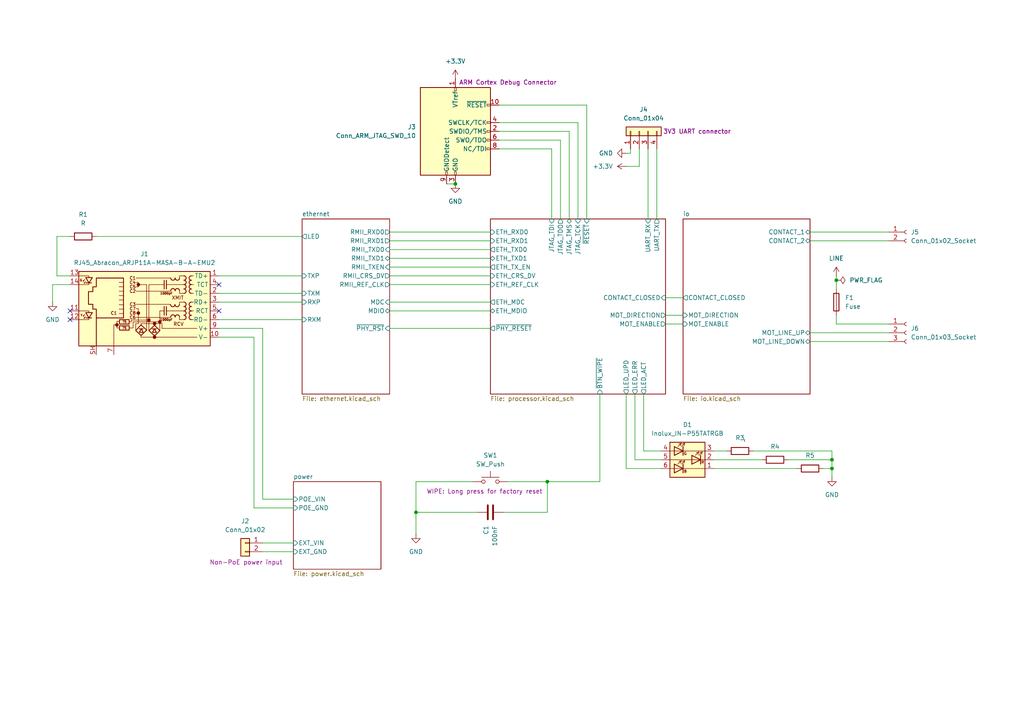
<source format=kicad_sch>
(kicad_sch (version 20250114) (generator "eeschema") (generator_version "9.0")
  (paper "A4")
  (title_block (title "iot-contact"))
  (lib_symbols
    (symbol "Connector:Conn_01x02_Socket" (pin_names (offset 1.016) (hide yes))
      (property "Reference" "J" (at 0 2.54 0))
      (property "Value" "Conn_01x02_Socket" (at 0 -5.08 0))
      (symbol "Conn_01x02_Socket_1_1"
        (polyline (pts (xy -1.27 0) (xy -0.508 0)) (stroke (width 0.1524)))
        (polyline (pts (xy -1.27 -2.54) (xy -0.508 -2.54)) (stroke (width 0.1524)))
        (arc (start 0 -0.508) (mid -0.5058 0) (end 0 0.508) (stroke (width 0.1524)))
        (arc (start 0 -3.048) (mid -0.5058 -2.54) (end 0 -2.032) (stroke (width 0.1524)))
        (pin passive line (at -5.08 0 0) (length 3.81) (name "Pin_1") (number "1"))
        (pin passive line (at -5.08 -2.54 0) (length 3.81) (name "Pin_2") (number "2"))
      )
    )
    (symbol "Connector:Conn_01x03_Socket" (pin_names (offset 1.016) (hide yes))
      (property "Reference" "J" (at 0 5.08 0))
      (property "Value" "Conn_01x03_Socket" (at 0 -5.08 0))
      (symbol "Conn_01x03_Socket_1_1"
        (polyline (pts (xy -1.27 2.54) (xy -0.508 2.54)) (stroke (width 0.1524)))
        (polyline (pts (xy -1.27 0) (xy -0.508 0)) (stroke (width 0.1524)))
        (polyline (pts (xy -1.27 -2.54) (xy -0.508 -2.54)) (stroke (width 0.1524)))
        (arc (start 0 2.032) (mid -0.5058 2.54) (end 0 3.048) (stroke (width 0.1524)))
        (arc (start 0 -0.508) (mid -0.5058 0) (end 0 0.508) (stroke (width 0.1524)))
        (arc (start 0 -3.048) (mid -0.5058 -2.54) (end 0 -2.032) (stroke (width 0.1524)))
        (pin passive line (at -5.08 2.54 0) (length 3.81) (name "Pin_1") (number "1"))
        (pin passive line (at -5.08 0 0) (length 3.81) (name "Pin_2") (number "2"))
        (pin passive line (at -5.08 -2.54 0) (length 3.81) (name "Pin_3") (number "3"))
      )
    )
    (symbol "Connector:Conn_ARM_JTAG_SWD_10" (pin_names (offset 1.016))
      (property "Reference" "J" (at -2.54 16.51 0))
      (property "Value" "Conn_ARM_JTAG_SWD_10" (at -2.54 13.97 0))
      (symbol "Conn_ARM_JTAG_SWD_10_0_1"
        (rectangle (start -10.16 12.7) (end 10.16 -12.7) (stroke (width 0.254)) (fill (type background)))
        (rectangle (start -2.794 -12.7) (end -2.286 -11.684))
        (rectangle (start -0.254 12.7) (end 0.254 11.684))
        (rectangle (start -0.254 -12.7) (end 0.254 -11.684))
        (rectangle (start 9.144 2.286) (end 10.16 2.794))
        (rectangle (start 10.16 7.874) (end 9.144 7.366))
        (rectangle (start 10.16 -0.254) (end 9.144 0.254))
        (rectangle (start 10.16 -2.794) (end 9.144 -2.286))
      )
      (symbol "Conn_ARM_JTAG_SWD_10_1_1"
        (rectangle (start 9.144 -5.334) (end 10.16 -4.826))
        (pin no_connect line (at -10.16 0 0) (length 2.54) (hide yes) (name "KEY") (number "7"))
        (pin passive line (at -2.54 -15.24 90) (length 2.54) (name "GNDDetect") (number "9"))
        (pin power_in line (at 0 15.24 270) (length 2.54) (name "VTref") (number "1"))
        (pin power_in line (at 0 -15.24 90) (length 2.54) (name "GND") (number "3"))
        (pin passive line (at 0 -15.24 90) (length 2.54) (hide yes) (name "GND") (number "5"))
        (pin open_collector line (at 12.7 7.62 180) (length 2.54) (name "~{RESET}") (number "10"))
        (pin output line (at 12.7 2.54 180) (length 2.54) (name "SWCLK/TCK") (number "4"))
        (pin bidirectional line (at 12.7 0 180) (length 2.54) (name "SWDIO/TMS") (number "2"))
        (pin input line (at 12.7 -2.54 180) (length 2.54) (name "SWO/TDO") (number "6"))
        (pin output line (at 12.7 -5.08 180) (length 2.54) (name "NC/TDI") (number "8"))
      )
    )
    (symbol "Connector:RJ45_Abracon_ARJP11A-MASA-B-A-EMU2"
      (property "Reference" "J" (at 18.415 12.7 0))
      (property "Value" "RJ45_Abracon_ARJP11A-MASA-B-A-EMU2" (at -4.445 12.7 0))
      (symbol "RJ45_Abracon_ARJP11A-MASA-B-A-EMU2_0_0"
        (polyline (pts (xy -5.08 8.89) (xy -5.08 6.35)) (stroke (width 0.254)))
        (polyline (pts (xy -5.08 1.27) (xy -5.08 -1.27)) (stroke (width 0.254)))
        (polyline (pts (xy -4.445 8.89) (xy -4.445 6.35)) (stroke (width 0.254)))
        (polyline (pts (xy -4.445 1.27) (xy -4.445 -1.27)) (stroke (width 0.254)))
        (circle (center -3.175 -3.175) (radius 0.0001) (stroke (width 0.508)))
        (circle (center -1.651 -3.683) (radius 0.0001) (stroke (width 0.508)))
        (circle (center -1.651 -7.62) (radius 0.0001) (stroke (width 0.508)))
        (circle (center 0 -2.667) (radius 0.0001) (stroke (width 0.508)))
        (circle (center 3.048 7.62) (radius 0.0001) (stroke (width 0.508)))
        (circle (center 3.048 -0.635) (radius 0.0001) (stroke (width 0.508)))
        (polyline (pts (xy 3.683 8.255) (xy 3.048 8.255) (xy 3.048 6.985) (xy 3.683 6.985)))
        (polyline (pts (xy 3.683 0.635) (xy 3.048 0.635) (xy 3.048 -0.635) (xy 3.683 -0.635)))
        (polyline (pts (xy 8.636 -4.953) (xy 9.271 -4.953) (xy 9.271 -3.048) (xy 8.636 -3.048)))
        (polyline (pts (xy 9.271 -4.064) (xy 10.16 -4.064)))
        (circle (center 9.271 -4.064) (radius 0.0001) (stroke (width 0.508)))
        (polyline (pts (xy 17.399 9.652) (xy 17.399 10.16) (xy 20.32 10.16)))
        (polyline (pts (xy 17.399 -0.508) (xy 17.399 0) (xy 20.32 0)))
        (polyline (pts (xy 20.32 7.62) (xy 17.399 7.62) (xy 17.399 8.128)))
        (polyline (pts (xy 20.32 -2.54) (xy 17.399 -2.54) (xy 17.399 -2.032)))
        (text "XMIT" (at -10.16 3.81 0) (effects (font (size 1.016 1.016)) (justify left)))
        (text "RCV" (at -10.16 -3.81 0) (effects (font (size 1.016 1.016)) (justify left)))
        (text "C1" (at 4.699 9.525 0) (effects (font (size 0.889 0.889))))
        (text "C4" (at 4.699 8.255 0) (effects (font (size 0.889 0.889))))
        (text "C5" (at 4.699 6.985 0) (effects (font (size 0.889 0.889))))
        (text "C2" (at 4.699 5.715 0) (effects (font (size 0.889 0.889))))
        (text "C3" (at 4.699 1.905 0) (effects (font (size 0.889 0.889))))
        (text "C7" (at 4.699 0.635 0) (effects (font (size 0.889 0.889))))
        (text "C8" (at 4.699 -0.635 0) (effects (font (size 0.889 0.889))))
        (text "C6" (at 4.699 -1.905 0) (effects (font (size 0.889 0.889))))
        (text "C1" (at 10.16 -0.635 0) (effects (font (size 0.889 0.889))))
      )
      (symbol "RJ45_Abracon_ARJP11A-MASA-B-A-EMU2_0_1"
        (rectangle (start -17.78 11.43) (end 20.32 -10.16) (stroke (width 0.254)) (fill (type background)))
        (polyline (pts (xy -12.3163 10.16) (xy -12.9513 10.16)))
        (polyline (pts (xy -12.3163 7.62) (xy -12.9513 7.62)))
        (polyline (pts (xy -12.3163 5.08) (xy -12.9513 5.08)))
        (polyline (pts (xy -12.3163 2.54) (xy -12.9513 2.54)))
        (polyline (pts (xy -12.3163 0) (xy -12.9513 0)))
        (polyline (pts (xy -12.3163 -2.54) (xy -12.9513 -2.54)))
        (polyline (pts (xy -10.16 10.16) (xy -8.89 10.16) (xy -8.89 9.525)))
        (polyline (pts (xy -10.16 2.54) (xy -8.89 2.54) (xy -8.89 1.905)))
        (polyline (pts (xy -8.89 5.715) (xy -8.89 5.08) (xy -10.16 5.08)))
        (polyline (pts (xy -8.89 -1.905) (xy -8.89 -2.54) (xy -10.16 -2.54)))
        (polyline (pts (xy -6.35 9.525) (xy 3.683 9.525)))
        (polyline (pts (xy -6.35 5.715) (xy 3.683 5.715)))
        (polyline (pts (xy -6.35 -1.905) (xy 3.683 -1.905)))
        (polyline (pts (xy -6.223 1.905) (xy 3.683 1.905)))
        (polyline (pts (xy -5.08 7.62) (xy -10.16 7.62)))
        (polyline (pts (xy -5.08 0) (xy -10.16 0)))
        (polyline (pts (xy -4.445 7.62) (xy 0 7.62) (xy 0 -5.715)))
        (polyline (pts (xy -4.445 0) (xy -3.175 0) (xy -3.175 -5.715)))
        (polyline (pts (xy 7.366 5.715) (xy 8.636 5.715)))
        (polyline (pts (xy 7.366 4.445) (xy 8.636 4.445)))
        (polyline (pts (xy 7.366 3.175) (xy 8.636 3.175)))
        (polyline (pts (xy 7.366 1.778) (xy 8.636 1.778)))
        (polyline (pts (xy 7.366 0.508) (xy 8.636 0.508)))
        (polyline (pts (xy 8.636 8.255) (xy 7.366 8.255)))
        (polyline (pts (xy 8.636 6.985) (xy 7.366 6.985)))
        (polyline (pts (xy 8.636 -0.762) (xy 7.366 -0.762)))
      )
      (symbol "RJ45_Abracon_ARJP11A-MASA-B-A-EMU2_1_0"
        (text "1000pF" (at -5.08 5.08 0) (effects (font (size 0.635 0.635))))
        (text "1000pF" (at -5.08 -2.54 0) (effects (font (size 0.635 0.635))))
      )
      (symbol "RJ45_Abracon_ARJP11A-MASA-B-A-EMU2_1_1"
        (polyline (pts (xy -13.97 -5.08) (xy -3.81 -5.08)))
        (polyline (pts (xy -13.97 -7.62) (xy 2.286 -7.62)))
        (arc (start -12.3163 2.54) (mid -11.684 1.905) (end -12.3163 1.27) (stroke (width 0.254)))
        (arc (start -12.3136 10.16) (mid -11.6813 9.525) (end -12.3136 8.89) (stroke (width 0.254)))
        (arc (start -12.3136 1.27) (mid -11.6813 0.635) (end -12.3136 0) (stroke (width 0.254)))
        (arc (start -12.3136 0) (mid -11.6813 -0.635) (end -12.3136 -1.27) (stroke (width 0.254)))
        (arc (start -12.3136 -1.27) (mid -11.6813 -1.905) (end -12.3136 -2.54) (stroke (width 0.254)))
        (arc (start -12.3109 8.89) (mid -11.6786 8.255) (end -12.3109 7.62) (stroke (width 0.254)))
        (arc (start -12.3109 7.62) (mid -11.6786 6.985) (end -12.3109 6.35) (stroke (width 0.254)))
        (arc (start -12.3109 6.35) (mid -11.6786 5.715) (end -12.3109 5.08) (stroke (width 0.254)))
        (arc (start -10.1654 8.89) (mid -10.7977 9.525) (end -10.1654 10.16) (stroke (width 0.254)))
        (arc (start -10.1654 7.62) (mid -10.7977 8.255) (end -10.1654 8.89) (stroke (width 0.254)))
        (arc (start -10.1654 6.35) (mid -10.7977 6.985) (end -10.1654 7.62) (stroke (width 0.254)))
        (arc (start -10.1654 1.27) (mid -10.7977 1.905) (end -10.1654 2.54) (stroke (width 0.254)))
        (arc (start -10.1654 0) (mid -10.7977 0.635) (end -10.1654 1.27) (stroke (width 0.254)))
        (arc (start -10.1654 -1.27) (mid -10.7977 -0.635) (end -10.1654 0) (stroke (width 0.254)))
        (arc (start -10.1627 5.08) (mid -10.795 5.715) (end -10.1627 6.35) (stroke (width 0.254)))
        (arc (start -10.1627 -2.54) (mid -10.795 -1.905) (end -10.1627 -1.27) (stroke (width 0.254)))
        (arc (start -7.62 9.5223) (mid -8.255 8.89) (end -8.89 9.5223) (stroke (width 0.254)))
        (arc (start -8.89 5.8447) (mid -8.255 6.477) (end -7.62 5.8447) (stroke (width 0.254)))
        (arc (start -8.89 -1.7753) (mid -8.255 -1.143) (end -7.62 -1.7753) (stroke (width 0.254)))
        (arc (start -7.5565 1.8388) (mid -8.1915 1.2065) (end -8.8265 1.8388) (stroke (width 0.254)))
        (arc (start -6.35 9.525) (mid -6.985 8.8927) (end -7.62 9.525) (stroke (width 0.254)))
        (arc (start -7.62 5.8474) (mid -6.985 6.4797) (end -6.35 5.8474) (stroke (width 0.254)))
        (arc (start -7.62 -1.7726) (mid -6.985 -1.1403) (end -6.35 -1.7726) (stroke (width 0.254)))
        (arc (start -6.2865 1.8415) (mid -6.9215 1.2092) (end -7.5565 1.8415) (stroke (width 0.254)))
        (polyline (pts (xy -3.81 -5.08) (xy -3.81 -3.683) (xy -1.651 -3.683)))
        (polyline (pts (xy -2.159 -5.207) (xy -1.016 -5.207)) (stroke (width 0.254)))
        (polyline (pts (xy -2.159 -6.223) (xy -1.016 -6.223) (xy -1.651 -5.207) (xy -2.159 -6.223)) (stroke (width 0.254)))
        (polyline (pts (xy -1.905 -3.683) (xy -1.651 -3.683) (xy -1.651 -4.191)))
        (polyline (pts (xy -1.651 -3.683) (xy 2.286 -3.683) (xy 2.286 -4.064)))
        (polyline (pts (xy -1.651 -4.191) (xy -3.175 -5.715) (xy -1.651 -7.239) (xy 0 -5.715) (xy -1.651 -4.191)) (stroke (width 0.254)))
        (polyline (pts (xy -1.651 -7.239) (xy -1.651 -7.493)))
        (polyline (pts (xy 1.651 -5.207) (xy 2.794 -5.207)) (stroke (width 0.254)))
        (polyline (pts (xy 1.651 -6.223) (xy 2.794 -6.223) (xy 2.159 -5.207) (xy 1.651 -6.223)) (stroke (width 0.254)))
        (polyline (pts (xy 2.286 -4.064) (xy 0.635 -5.588) (xy 2.286 -7.112) (xy 3.81 -5.715) (xy 2.286 -4.064)) (stroke (width 0.254)))
        (polyline (pts (xy 2.286 -7.112) (xy 2.286 -7.62)))
        (polyline (pts (xy 3.048 7.62) (xy 0.635 7.62) (xy 0.635 -5.588)))
        (polyline (pts (xy 3.048 -0.508) (xy 3.048 -3.683) (xy 3.81 -3.683) (xy 3.81 -5.715)))
        (polyline (pts (xy 5.715 -3.175) (xy 5.08 -3.175) (xy 5.08 -2.667) (xy 0 -2.667)))
        (polyline (pts (xy 5.715 -4.953) (xy 4.572 -4.953) (xy 4.572 -3.175) (xy -3.175 -3.175)))
        (polyline (pts (xy 7.366 -2.032) (xy 7.366 9.525) (xy 15.24 9.525) (xy 15.24 6.985) (xy 16.256 6.985) (xy 16.256 5.588) (xy 17.526 5.588) (xy 17.526 1.905) (xy 16.256 1.905) (xy 16.256 0.508) (xy 15.24 0.508) (xy 15.24 -2.032) (xy 7.366 -2.032)) (stroke (width 0.254)))
        (rectangle (start 8.509 -3.81) (end 5.715 -2.54) (stroke (width 0.254)))
        (rectangle (start 8.509 -5.588) (end 5.715 -4.318) (stroke (width 0.254)))
        (polyline (pts (xy 10.16 -4.064) (xy 10.16 -10.16)))
        (polyline (pts (xy 15.24 -10.16) (xy 15.24 -2.032)) (stroke (width 0.254)))
        (polyline (pts (xy 18.161 8.128) (xy 16.637 8.128)) (stroke (width 0.254)))
        (polyline (pts (xy 18.161 -2.032) (xy 16.637 -2.032)) (stroke (width 0.254)))
        (polyline (pts (xy 18.288 9.652) (xy 16.383 9.652) (xy 17.399 8.128) (xy 18.288 9.652)) (stroke (width 0.254)))
        (polyline (pts (xy 18.288 8.509) (xy 18.796 8.001) (xy 18.542 8.001)))
        (polyline (pts (xy 18.288 -0.508) (xy 16.383 -0.508) (xy 17.399 -2.032) (xy 18.288 -0.508)) (stroke (width 0.254)))
        (polyline (pts (xy 18.288 -1.651) (xy 18.796 -2.159) (xy 18.542 -2.159)))
        (polyline (pts (xy 18.542 9.144) (xy 19.05 8.636) (xy 18.796 8.636)))
        (polyline (pts (xy 18.542 -1.016) (xy 19.05 -1.524) (xy 18.796 -1.524)))
        (polyline (pts (xy 18.796 8.001) (xy 18.796 8.255)))
        (polyline (pts (xy 18.796 -2.159) (xy 18.796 -1.905)))
        (polyline (pts (xy 19.05 8.636) (xy 19.05 8.89)))
        (polyline (pts (xy 19.05 -1.524) (xy 19.05 -1.27)))
        (text "75" (at 7.112 -3.175 0) (effects (font (size 0.635 0.635))))
        (text "75" (at 7.112 -4.953 0) (effects (font (size 0.635 0.635))))
        (text "Y" (at 19.558 -1.27 0) (effects (font (size 0.635 0.635))))
        (text "G" (at 19.685 8.89 0) (effects (font (size 0.635 0.635))))
        (pin passive line (at -20.32 10.16 0) (length 2.54) (name "TD+") (number "1"))
        (pin passive line (at -20.32 7.62 0) (length 2.54) (name "TCT") (number "4"))
        (pin passive line (at -20.32 5.08 0) (length 2.54) (name "TD-") (number "2"))
        (pin passive line (at -20.32 2.54 0) (length 2.54) (name "RD+") (number "3"))
        (pin passive line (at -20.32 0 0) (length 2.54) (name "RCT") (number "5"))
        (pin passive line (at -20.32 -2.54 0) (length 2.54) (name "RD-") (number "6"))
        (pin power_out line (at -20.32 -5.08 0) (length 2.54) (name "V+") (number "9"))
        (pin power_out line (at -20.32 -7.62 0) (length 2.54) (name "V-") (number "10"))
        (pin power_in line (at 10.16 -12.7 90) (length 2.54) (name "") (number "7"))
        (pin passive line (at 15.24 -12.7 90) (length 2.54) (name "") (number "SH"))
        (pin no_connect line (at 20.32 5.08 0) (length 0) (hide yes) (name "NC") (number "8"))
        (pin passive line (at 22.86 10.16 180) (length 2.54) (name "") (number "13"))
        (pin passive line (at 22.86 7.62 180) (length 2.54) (name "") (number "14"))
        (pin passive line (at 22.86 0 180) (length 2.54) (name "") (number "11"))
        (pin passive line (at 22.86 -2.54 180) (length 2.54) (name "") (number "12"))
      )
    )
    (symbol "Connector_Generic:Conn_01x02" (pin_names (offset 1.016) (hide yes))
      (property "Reference" "J" (at 0 2.54 0))
      (property "Value" "Conn_01x02" (at 0 -5.08 0))
      (symbol "Conn_01x02_1_1"
        (rectangle (start -1.27 1.27) (end 1.27 -3.81) (stroke (width 0.254)) (fill (type background)))
        (rectangle (start -1.27 0.127) (end 0 -0.127) (stroke (width 0.1524)))
        (rectangle (start -1.27 -2.413) (end 0 -2.667) (stroke (width 0.1524)))
        (pin passive line (at -5.08 0 0) (length 3.81) (name "Pin_1") (number "1"))
        (pin passive line (at -5.08 -2.54 0) (length 3.81) (name "Pin_2") (number "2"))
      )
    )
    (symbol "Connector_Generic:Conn_01x04" (pin_names (offset 1.016) (hide yes))
      (property "Reference" "J" (at 0 5.08 0))
      (property "Value" "Conn_01x04" (at 0 -7.62 0))
      (symbol "Conn_01x04_1_1"
        (rectangle (start -1.27 3.81) (end 1.27 -6.35) (stroke (width 0.254)) (fill (type background)))
        (rectangle (start -1.27 2.667) (end 0 2.413) (stroke (width 0.1524)))
        (rectangle (start -1.27 0.127) (end 0 -0.127) (stroke (width 0.1524)))
        (rectangle (start -1.27 -2.413) (end 0 -2.667) (stroke (width 0.1524)))
        (rectangle (start -1.27 -4.953) (end 0 -5.207) (stroke (width 0.1524)))
        (pin passive line (at -5.08 2.54 0) (length 3.81) (name "Pin_1") (number "1"))
        (pin passive line (at -5.08 0 0) (length 3.81) (name "Pin_2") (number "2"))
        (pin passive line (at -5.08 -2.54 0) (length 3.81) (name "Pin_3") (number "3"))
        (pin passive line (at -5.08 -5.08 0) (length 3.81) (name "Pin_4") (number "4"))
      )
    )
    (symbol "Device:C" (pin_numbers (hide yes)) (pin_names (offset 0.254))
      (property "Reference" "C" (at 0.635 2.54 0))
      (property "Value" "C" (at 0.635 -2.54 0))
      (symbol "C_0_1"
        (polyline (pts (xy -2.032 0.762) (xy 2.032 0.762)) (stroke (width 0.508)))
        (polyline (pts (xy -2.032 -0.762) (xy 2.032 -0.762)) (stroke (width 0.508)))
      )
      (symbol "C_1_1"
        (pin passive line (at 0 3.81 270) (length 2.794) (name "~") (number "1"))
        (pin passive line (at 0 -3.81 90) (length 2.794) (name "~") (number "2"))
      )
    )
    (symbol "Device:Fuse" (pin_numbers (hide yes)) (pin_names (offset 0))
      (property "Reference" "F" (at 2.032 0 90))
      (property "Value" "Fuse" (at -1.905 0 90))
      (symbol "Fuse_0_1"
        (rectangle (start -0.762 -2.54) (end 0.762 2.54) (stroke (width 0.254)))
        (polyline (pts (xy 0 2.54) (xy 0 -2.54)))
      )
      (symbol "Fuse_1_1"
        (pin passive line (at 0 3.81 270) (length 1.27) (name "~") (number "1"))
        (pin passive line (at 0 -3.81 90) (length 1.27) (name "~") (number "2"))
      )
    )
    (symbol "Device:R" (pin_numbers (hide yes)) (pin_names (offset 0))
      (property "Reference" "R" (at 2.032 0 90))
      (property "Value" "R" (at 0 0 90))
      (symbol "R_0_1"
        (rectangle (start -1.016 -2.54) (end 1.016 2.54) (stroke (width 0.254)))
      )
      (symbol "R_1_1"
        (pin passive line (at 0 3.81 270) (length 1.27) (name "~") (number "1"))
        (pin passive line (at 0 -3.81 90) (length 1.27) (name "~") (number "2"))
      )
    )
    (symbol "LED:Inolux_IN-P55TATRGB" (pin_names (hide yes))
      (property "Reference" "D" (at -5.08 6.35 0))
      (property "Value" "Inolux_IN-P55TATRGB" (at -5.08 -6.35 0))
      (symbol "Inolux_IN-P55TATRGB_0_0"
        (text "B" (at -0.635 -3.3274 0) (effects (font (size 0.762 0.762))))
      )
      (symbol "Inolux_IN-P55TATRGB_0_1"
        (rectangle (start -5.08 5.08) (end 5.08 -5.08) (stroke (width 0.254)) (fill (type background)))
        (polyline (pts (xy -5.08 2.54) (xy 5.08 2.54)))
        (polyline (pts (xy -5.08 0) (xy 5.08 0)))
        (polyline (pts (xy -5.08 -2.54) (xy 5.08 -2.54)))
        (polyline (pts (xy -3.81 3.81) (xy -3.81 1.27) (xy -1.27 2.54) (xy -3.81 3.81)) (stroke (width 0.254)))
        (polyline (pts (xy -3.81 -1.27) (xy -3.81 -3.81) (xy -1.27 -2.54) (xy -3.81 -1.27)) (stroke (width 0.254)))
        (polyline (pts (xy -2.794 3.81) (xy -1.778 4.826)))
        (polyline (pts (xy -2.794 -1.27) (xy -1.778 -0.254)))
        (polyline (pts (xy -2.54 4.572) (xy -1.778 4.826) (xy -2.032 4.064)))
        (polyline (pts (xy -2.032 -1.016) (xy -1.778 -0.254) (xy -2.54 -0.508)))
        (polyline (pts (xy -1.778 3.81) (xy -0.762 4.826)))
        (polyline (pts (xy -1.778 -1.27) (xy -0.762 -0.254)))
        (polyline (pts (xy -1.524 4.572) (xy -0.762 4.826) (xy -1.016 4.064)))
        (polyline (pts (xy -1.524 -0.508) (xy -0.762 -0.254) (xy -1.016 -1.016)))
        (polyline (pts (xy -1.27 3.81) (xy -1.27 1.27)) (stroke (width 0.254)))
        (polyline (pts (xy -1.27 -1.27) (xy -1.27 -3.81)) (stroke (width 0.254)))
        (polyline (pts (xy 1.27 1.27) (xy 1.27 -1.27) (xy 3.81 0) (xy 1.27 1.27)) (stroke (width 0.254)))
        (polyline (pts (xy 2.286 1.27) (xy 3.302 2.286)))
        (polyline (pts (xy 3.048 1.524) (xy 3.302 2.286) (xy 2.54 2.032)))
        (polyline (pts (xy 3.302 1.27) (xy 4.318 2.286)))
        (polyline (pts (xy 3.556 2.032) (xy 4.318 2.286) (xy 4.064 1.524)))
        (polyline (pts (xy 3.81 1.27) (xy 3.81 -1.27)) (stroke (width 0.254)))
      )
      (symbol "Inolux_IN-P55TATRGB_1_0"
        (text "G" (at -0.635 1.8034 0) (effects (font (size 0.762 0.762))))
        (text "R" (at 4.4196 -0.7112 0) (effects (font (size 0.762 0.762))))
      )
      (symbol "Inolux_IN-P55TATRGB_1_1"
        (pin passive line (at -7.62 2.54 0) (length 2.54) (name "AG") (number "4"))
        (pin passive line (at -7.62 0 0) (length 2.54) (name "AR") (number "5"))
        (pin passive line (at -7.62 -2.54 0) (length 2.54) (name "AB") (number "6"))
        (pin passive line (at 7.62 2.54 180) (length 2.54) (name "KG") (number "3"))
        (pin passive line (at 7.62 0 180) (length 2.54) (name "KR") (number "2"))
        (pin passive line (at 7.62 -2.54 180) (length 2.54) (name "KB") (number "1"))
      )
    )
    (symbol "Switch:SW_Push" (pin_numbers (hide yes)) (pin_names (offset 1.016) (hide yes))
      (property "Reference" "SW" (at 1.27 2.54 0))
      (property "Value" "SW_Push" (at 0 -1.524 0))
      (symbol "SW_Push_0_1"
        (circle (center -2.032 0) (radius 0.508))
        (polyline (pts (xy 0 1.27) (xy 0 3.048)))
        (circle (center 2.032 0) (radius 0.508))
        (polyline (pts (xy 2.54 1.27) (xy -2.54 1.27)))
        (pin passive line (at -5.08 0 0) (length 2.54) (name "1") (number "1"))
        (pin passive line (at 5.08 0 180) (length 2.54) (name "2") (number "2"))
      )
    )
    (symbol "power:+3.3V" (power) (pin_numbers (hide yes)) (pin_names (offset 0) (hide yes))
      (property "Value" "+3.3V" (at 0 3.556 0))
      (symbol "+3.3V_0_1"
        (polyline (pts (xy -0.762 1.27) (xy 0 2.54)))
        (polyline (pts (xy 0 2.54) (xy 0.762 1.27)))
        (polyline (pts (xy 0 0) (xy 0 2.54)))
      )
      (symbol "+3.3V_1_1"
        (pin power_in line (at 0 0 90) (length 0) (name "~") (number "1"))
      )
    )
    (symbol "power:GND" (power) (pin_numbers (hide yes)) (pin_names (offset 0) (hide yes))
      (property "Value" "GND" (at 0 -3.81 0))
      (symbol "GND_0_1"
        (polyline (pts (xy 0 0) (xy 0 -1.27) (xy 1.27 -1.27) (xy 0 -2.54) (xy -1.27 -1.27) (xy 0 -1.27)))
      )
      (symbol "GND_1_1"
        (pin power_in line (at 0 0 270) (length 0) (name "~") (number "1"))
      )
    )
    (symbol "power:LINE" (power) (pin_numbers (hide yes)) (pin_names (offset 0) (hide yes))
      (property "Value" "LINE" (at 0 3.556 0))
      (symbol "LINE_0_1"
        (polyline (pts (xy -0.762 1.27) (xy 0 2.54)))
        (polyline (pts (xy 0 2.54) (xy 0.762 1.27)))
        (polyline (pts (xy 0 0) (xy 0 2.54)))
      )
      (symbol "LINE_1_1"
        (pin power_in line (at 0 0 90) (length 0) (name "~") (number "1"))
      )
    )
    (symbol "power:PWR_FLAG" (power) (pin_numbers (hide yes)) (pin_names (offset 0) (hide yes))
      (property "Value" "PWR_FLAG" (at 0 3.81 0))
      (symbol "PWR_FLAG_0_0"
        (pin power_out line (at 0 0 90) (length 0) (name "~") (number "1"))
      )
      (symbol "PWR_FLAG_0_1"
        (polyline (pts (xy 0 0) (xy 0 1.27) (xy -1.016 1.905) (xy 0 2.54) (xy 1.016 1.905) (xy 0 1.27)))
      )
    )
  )
  (junction (at 120.65 148.59))
  (junction (at 241.3 133.35))
  (junction (at 242.57 81.28))
  (junction (at 158.75 139.7))
  (junction (at 241.3 135.89))
  (junction (at 132.08 53.34))
  (no_connect (at 63.5 90.17))
  (no_connect (at 63.5 82.55))
  (no_connect (at 20.32 90.17))
  (no_connect (at 20.32 92.71))
  (wire (pts (xy 162.56 40.64) (xy 162.56 63.5)))
  (wire (pts (xy 190.5 43.18) (xy 190.5 63.5)))
  (wire (pts (xy 120.65 139.7) (xy 137.16 139.7)))
  (wire (pts (xy 120.65 139.7) (xy 120.65 148.59)))
  (wire (pts (xy 113.03 69.85) (xy 142.24 69.85)))
  (wire (pts (xy 234.95 67.31) (xy 257.81 67.31)))
  (wire (pts (xy 113.03 74.93) (xy 142.24 74.93)))
  (wire (pts (xy 228.6 133.35) (xy 241.3 133.35)))
  (wire (pts (xy 181.61 114.3) (xy 181.61 135.89)))
  (wire (pts (xy 185.42 48.26) (xy 181.61 48.26)))
  (wire (pts (xy 158.75 148.59) (xy 158.75 139.7)))
  (wire (pts (xy 207.01 130.81) (xy 210.82 130.81)))
  (wire (pts (xy 147.32 139.7) (xy 158.75 139.7)))
  (wire (pts (xy 113.03 95.25) (xy 142.24 95.25)))
  (wire (pts (xy 241.3 135.89) (xy 241.3 138.43)))
  (wire (pts (xy 20.32 82.55) (xy 15.24 82.55)))
  (wire (pts (xy 181.61 135.89) (xy 191.77 135.89)))
  (wire (pts (xy 144.78 35.56) (xy 167.64 35.56)))
  (wire (pts (xy 158.75 139.7) (xy 173.99 139.7)))
  (wire (pts (xy 193.04 86.36) (xy 198.12 86.36)))
  (wire (pts (xy 144.78 30.48) (xy 170.18 30.48)))
  (wire (pts (xy 170.18 30.48) (xy 170.18 63.5)))
  (wire (pts (xy 16.51 68.58) (xy 16.51 80.01)))
  (wire (pts (xy 173.99 114.3) (xy 173.99 139.7)))
  (wire (pts (xy 27.94 68.58) (xy 87.63 68.58)))
  (wire (pts (xy 186.69 130.81) (xy 191.77 130.81)))
  (wire (pts (xy 113.03 77.47) (xy 142.24 77.47)))
  (wire (pts (xy 234.95 69.85) (xy 257.81 69.85)))
  (wire (pts (xy 186.69 114.3) (xy 186.69 130.81)))
  (wire (pts (xy 129.54 53.34) (xy 132.08 53.34)))
  (wire (pts (xy 16.51 80.01) (xy 20.32 80.01)))
  (wire (pts (xy 144.78 40.64) (xy 162.56 40.64)))
  (wire (pts (xy 241.3 133.35) (xy 241.3 135.89)))
  (wire (pts (xy 73.66 97.79) (xy 73.66 147.32)))
  (wire (pts (xy 242.57 93.98) (xy 257.81 93.98)))
  (wire (pts (xy 238.76 135.89) (xy 241.3 135.89)))
  (wire (pts (xy 181.61 44.45) (xy 182.88 44.45)))
  (wire (pts (xy 187.96 43.18) (xy 187.96 63.5)))
  (wire (pts (xy 63.5 95.25) (xy 76.2 95.25)))
  (wire (pts (xy 63.5 92.71) (xy 87.63 92.71)))
  (wire (pts (xy 242.57 80.01) (xy 242.57 81.28)))
  (wire (pts (xy 185.42 43.18) (xy 185.42 48.26)))
  (wire (pts (xy 144.78 43.18) (xy 160.02 43.18)))
  (wire (pts (xy 182.88 44.45) (xy 182.88 43.18)))
  (wire (pts (xy 120.65 148.59) (xy 120.65 154.94)))
  (wire (pts (xy 76.2 160.02) (xy 85.09 160.02)))
  (wire (pts (xy 165.1 38.1) (xy 165.1 63.5)))
  (wire (pts (xy 113.03 67.31) (xy 142.24 67.31)))
  (wire (pts (xy 218.44 130.81) (xy 241.3 130.81)))
  (wire (pts (xy 63.5 97.79) (xy 73.66 97.79)))
  (wire (pts (xy 193.04 91.44) (xy 198.12 91.44)))
  (wire (pts (xy 76.2 144.78) (xy 85.09 144.78)))
  (wire (pts (xy 184.15 133.35) (xy 191.77 133.35)))
  (wire (pts (xy 113.03 80.01) (xy 142.24 80.01)))
  (wire (pts (xy 167.64 35.56) (xy 167.64 63.5)))
  (wire (pts (xy 63.5 80.01) (xy 87.63 80.01)))
  (wire (pts (xy 113.03 87.63) (xy 142.24 87.63)))
  (wire (pts (xy 242.57 91.44) (xy 242.57 93.98)))
  (wire (pts (xy 113.03 90.17) (xy 142.24 90.17)))
  (wire (pts (xy 144.78 38.1) (xy 165.1 38.1)))
  (wire (pts (xy 160.02 43.18) (xy 160.02 63.5)))
  (wire (pts (xy 76.2 157.48) (xy 85.09 157.48)))
  (wire (pts (xy 113.03 82.55) (xy 142.24 82.55)))
  (wire (pts (xy 184.15 114.3) (xy 184.15 133.35)))
  (wire (pts (xy 207.01 133.35) (xy 220.98 133.35)))
  (wire (pts (xy 193.04 93.98) (xy 198.12 93.98)))
  (wire (pts (xy 73.66 147.32) (xy 85.09 147.32)))
  (wire (pts (xy 241.3 130.81) (xy 241.3 133.35)))
  (wire (pts (xy 20.32 68.58) (xy 16.51 68.58)))
  (wire (pts (xy 146.05 148.59) (xy 158.75 148.59)))
  (wire (pts (xy 113.03 72.39) (xy 142.24 72.39)))
  (wire (pts (xy 242.57 81.28) (xy 242.57 83.82)))
  (wire (pts (xy 234.95 96.52) (xy 257.81 96.52)))
  (wire (pts (xy 15.24 82.55) (xy 15.24 87.63)))
  (wire (pts (xy 76.2 95.25) (xy 76.2 144.78)))
  (wire (pts (xy 138.43 148.59) (xy 120.65 148.59)))
  (wire (pts (xy 234.95 99.06) (xy 257.81 99.06)))
  (wire (pts (xy 63.5 85.09) (xy 87.63 85.09)))
  (wire (pts (xy 207.01 135.89) (xy 231.14 135.89)))
  (wire (pts (xy 63.5 87.63) (xy 87.63 87.63)))
  (symbol (lib_id "Device:R") (at 234.95 135.89 270) (unit 1)
    (property "Reference" "R5" (at 234.95 132.08 90))
    (property "Description" "Resistor" (effects (hide yes)))
  )
  (symbol (lib_id "Connector:RJ45_Abracon_ARJP11A-MASA-B-A-EMU2") (at 43.18 90.17 0) (mirror y) (unit 1)
    (property "Reference" "J1" (at 41.91 73.66 0))
    (property "Value" "RJ45_Abracon_ARJP11A-MASA-B-A-EMU2" (at 41.91 76.2 0))
    (property "Footprint" "Connector_RJ:RJ45_Abracon_ARJP11A-MA_Horizontal" (effects (hide yes)))
    (property "Datasheet" "https://abracon.com/Magnetics/lan/ARJP11A.PDF" (effects (hide yes)))
    (property "Description" "RJ45 PoE 10/100 Base-TX Jack with Magnetic Module" (effects (hide yes)))
  )
  (symbol (lib_id "Switch:SW_Push") (at 142.24 139.7 0) (mirror y) (unit 1)
    (property "Reference" "SW1" (at 142.24 132.08 0))
    (property "Value" "SW_Push" (at 142.24 134.62 0))
    (property "Footprint" "Button_Switch_SMD:SW_SPST_TL3305B" (effects (hide yes)))
    (property "Datasheet" "https://www.e-switch.com/wp-content/uploads/2024/08/TL3305.pdf" (effects (hide yes)))
    (property "Description" "WIPE: Long press for factory reset" (at 123.698 142.494 0) (effects (justify right)))
    (property "MPN" "TL3305BF260QG" (effects (hide yes)))
    (property "Manufacturer" "E-Switch" (effects (hide yes)))
  )
  (symbol (lib_id "power:+3.3V") (at 132.08 22.86 0) (unit 1)
    (property "Reference" "#PWR03" (effects (hide yes)))
    (property "Value" "+3.3V" (at 132.08 17.78 0))
    (property "Description" "Power symbol creates a global label with name \"+3.3V\"" (effects (hide yes)))
  )
  (symbol (lib_id "Connector_Generic:Conn_01x04") (at 185.42 38.1 90) (unit 1)
    (property "Reference" "J4" (at 186.69 31.75 90))
    (property "Value" "Conn_01x04" (at 186.69 34.29 90))
    (property "Footprint" "Connector_PinHeader_2.54mm:PinHeader_1x04_P2.54mm_Vertical" (effects (hide yes)))
    (property "Description" "3V3 UART connector" (at 202.184 38.1 90))
  )
  (symbol (lib_id "LED:Inolux_IN-P55TATRGB") (at 199.39 133.35 0) (unit 1)
    (property "Reference" "D1" (at 199.39 123.19 0))
    (property "Value" "Inolux_IN-P55TATRGB" (at 199.39 125.73 0))
    (property "Footprint" "LED_SMD:LED_Inolux_IN-P55TATRGB_PLCC6_5.0x5.5mm_P1.8mm" (effects (hide yes)))
    (property "Datasheet" "https://www.inolux-corp.com/datasheet/SMDLED/RGB%20Top%20View/IN-P55TATRGB.pdf" (effects (hide yes)))
    (property "Description" "Inolux RGB LED, PLCC-6" (effects (hide yes)))
  )
  (symbol (lib_id "Connector:Conn_01x03_Socket") (at 262.89 96.52 0) (unit 1)
    (property "Reference" "J6" (at 264.16 95.2499 0) (effects (justify left)))
    (property "Value" "Conn_01x03_Socket" (at 264.16 97.7899 0) (effects (justify left)))
    (property "Footprint" "TerminalBlock_WAGO:TerminalBlock_WAGO_236-403_1x03_P5.00mm_45Degree" (effects (hide yes)))
    (property "Description" "Generic connector, single row, 01x03, script generated" (effects (hide yes)))
  )
  (symbol (lib_id "Connector:Conn_ARM_JTAG_SWD_10") (at 132.08 38.1 0) (unit 1)
    (property "Reference" "J3" (at 120.65 36.8299 0) (effects (justify right)))
    (property "Value" "Conn_ARM_JTAG_SWD_10" (at 120.65 39.3699 0) (effects (justify right)))
    (property "Datasheet" "https://mm.digikey.com/Volume0/opasdata/d220001/medias/docus/6209/ftsh-1xx-xx-xxx-dv-xxx-xxx-x-xx-mkt.pdf" (effects (hide yes)))
    (property "Description" "ARM Cortex Debug Connector" (at 147.32 23.876 0))
    (property "MPN" "FTSH-105-01-L-DV-007-K-TR" (effects (hide yes)))
    (property "Manufacturer" "samtec" (effects (hide yes)))
  )
  (symbol (lib_id "Device:Fuse") (at 242.57 87.63 0) (unit 1)
    (property "Reference" "F1" (at 245.11 86.3599 0) (effects (justify left)))
    (property "Value" "Fuse" (at 245.11 88.8999 0) (effects (justify left)))
    (property "Footprint" "Fuse:Fuseholder_Cylinder-5x20mm_Schurter_OGN-SMD_Horizontal_Open" (effects (hide yes)))
    (property "Description" "Fuse" (effects (hide yes)))
  )
  (symbol (lib_id "Connector_Generic:Conn_01x02") (at 71.12 157.48 0) (mirror y) (unit 1)
    (property "Reference" "J2" (at 71.12 151.13 0))
    (property "Value" "Conn_01x02" (at 71.12 153.67 0))
    (property "Footprint" "Connector_PinHeader_2.54mm:PinHeader_1x02_P2.54mm_Vertical" (effects (hide yes)))
    (property "Description" "Non-PoE power input" (at 71.374 163.068 0))
  )
  (symbol (lib_id "power:PWR_FLAG") (at 242.57 81.28 270) (unit 1)
    (property "Reference" "#FLG06" (effects (hide yes)))
    (property "Value" "PWR_FLAG" (at 246.38 81.2799 90) (effects (justify left)))
    (property "Description" "Special symbol for telling ERC where power comes from" (effects (hide yes)))
  )
  (symbol (lib_id "power:GND") (at 120.65 154.94 0) (unit 1)
    (property "Reference" "#PWR02" (effects (hide yes)))
    (property "Value" "GND" (at 120.65 160.02 0))
    (property "Description" "Power symbol creates a global label with name \"GND\" , ground" (effects (hide yes)))
  )
  (symbol (lib_id "Device:R") (at 214.63 130.81 90) (unit 1)
    (property "Reference" "R3" (at 214.63 127 90))
    (property "Value" "~" (at 215.8999 128.27 0) (effects (justify left)))
    (property "Description" "Resistor" (effects (hide yes)))
  )
  (symbol (lib_id "power:GND") (at 132.08 53.34 0) (unit 1)
    (property "Reference" "#PWR04" (effects (hide yes)))
    (property "Value" "GND" (at 132.08 58.42 0))
    (property "Description" "Power symbol creates a global label with name \"GND\" , ground" (effects (hide yes)))
  )
  (symbol (lib_id "power:GND") (at 241.3 138.43 0) (unit 1)
    (property "Reference" "#PWR08" (effects (hide yes)))
    (property "Value" "GND" (at 241.3 143.51 0))
    (property "Description" "Power symbol creates a global label with name \"GND\" , ground" (effects (hide yes)))
  )
  (symbol (lib_id "Connector:Conn_01x02_Socket") (at 262.89 67.31 0) (unit 1)
    (property "Reference" "J5" (at 264.16 67.3099 0) (effects (justify left)))
    (property "Value" "Conn_01x02_Socket" (at 264.16 69.8499 0) (effects (justify left)))
    (property "Footprint" "TerminalBlock_WAGO:TerminalBlock_WAGO_236-402_1x02_P5.00mm_45Degree" (effects (hide yes)))
    (property "Description" "Generic connector, single row, 01x02, script generated" (effects (hide yes)))
  )
  (symbol (lib_id "power:+3.3V") (at 181.61 48.26 90) (unit 1)
    (property "Reference" "#PWR05" (effects (hide yes)))
    (property "Value" "+3.3V" (at 177.8 48.2599 90) (effects (justify left)))
    (property "Description" "Power symbol creates a global label with name \"+3.3V\"" (effects (hide yes)))
  )
  (symbol (lib_id "power:GND") (at 181.61 44.45 270) (unit 1)
    (property "Reference" "#PWR06" (effects (hide yes)))
    (property "Value" "GND" (at 177.8 44.4499 90) (effects (justify right)))
    (property "Description" "Power symbol creates a global label with name \"GND\" , ground" (effects (hide yes)))
  )
  (symbol (lib_id "Device:C") (at 142.24 148.59 90) (mirror x) (unit 1)
    (property "Reference" "C1" (at 140.9699 152.4 0) (effects (justify left)))
    (property "Value" "100nF" (at 143.5099 152.4 0) (effects (justify left)))
    (property "Description" "Unpolarized capacitor" (effects (hide yes)))
  )
  (symbol (lib_id "power:GND") (at 15.24 87.63 0) (unit 1)
    (property "Reference" "#PWR01" (effects (hide yes)))
    (property "Value" "GND" (at 15.24 92.71 0))
    (property "Description" "Power symbol creates a global label with name \"GND\" , ground" (effects (hide yes)))
  )
  (symbol (lib_id "power:LINE") (at 242.57 80.01 0) (unit 1)
    (property "Reference" "#PWR09" (effects (hide yes)))
    (property "Value" "LINE" (at 242.57 74.93 0))
    (property "Description" "Power symbol creates a global label with name \"LINE\"" (effects (hide yes)))
  )
  (symbol (lib_id "Device:R") (at 24.13 68.58 90) (unit 1)
    (property "Reference" "R1" (at 24.13 62.23 90))
    (property "Value" "R" (at 24.13 64.77 90))
    (property "Description" "Resistor" (effects (hide yes)))
  )
  (symbol (lib_id "Device:R") (at 224.79 133.35 90) (unit 1)
    (property "Reference" "R4" (at 224.79 129.54 90))
    (property "Description" "Resistor" (effects (hide yes)))
  )
  (sheet (at 87.63 63.5) (size 25.4 50.8) (stroke (width 0.1524))
    (property "Sheetname" "ethernet" (at 87.63 62.7884 0) (effects (justify left bottom)))
    (property "Sheetfile" "ethernet.kicad_sch" (at 87.63 114.8846 0) (effects (justify left top)))
    (pin "RMII_RXD0" output (at 113.03 67.31 0))
    (pin "RMII_RXD1" output (at 113.03 69.85 0))
    (pin "RMII_TXD0" input (at 113.03 72.39 0))
    (pin "RMII_TXD1" bidirectional (at 113.03 74.93 0))
    (pin "RMII_TXEN" input (at 113.03 77.47 0))
    (pin "~{PHY_RST}" input (at 113.03 95.25 0))
    (pin "RMII_CRS_DV" output (at 113.03 80.01 0))
    (pin "RMII_REF_CLK" output (at 113.03 82.55 0))
    (pin "MDC" input (at 113.03 87.63 0))
    (pin "MDIO" bidirectional (at 113.03 90.17 0))
    (pin "LED" output (at 87.63 68.58 180))
    (pin "RXM" input (at 87.63 92.71 180))
    (pin "RXP" input (at 87.63 87.63 180))
    (pin "TXM" input (at 87.63 85.09 180))
    (pin "TXP" input (at 87.63 80.01 180))
  )
  (sheet (at 198.12 63.5) (size 36.83 50.8) (stroke (width 0.1524))
    (property "Sheetname" "io" (at 198.12 62.7884 0) (effects (justify left bottom)))
    (property "Sheetfile" "io.kicad_sch" (at 198.12 114.8846 0) (effects (justify left top)))
    (pin "CONTACT_1" bidirectional (at 234.95 67.31 0))
    (pin "CONTACT_2" bidirectional (at 234.95 69.85 0))
    (pin "MOT_DIRECTION" input (at 198.12 91.44 180))
    (pin "MOT_ENABLE" input (at 198.12 93.98 180))
    (pin "CONTACT_CLOSED" output (at 198.12 86.36 180))
    (pin "MOT_LINE_DOWN" bidirectional (at 234.95 99.06 0))
    (pin "MOT_LINE_UP" bidirectional (at 234.95 96.52 0))
  )
  (sheet (at 142.24 63.5) (size 50.8 50.8) (stroke (width 0.1524))
    (property "Sheetname" "processor" (effects (hide yes)))
    (property "Sheetfile" "processor.kicad_sch" (at 142.24 114.8846 0) (effects (justify left top)))
    (pin "JTAG_TDI" input (at 160.02 63.5 90))
    (pin "JTAG_TDO" output (at 162.56 63.5 90))
    (pin "JTAG_TMS" bidirectional (at 165.1 63.5 90))
    (pin "JTAG_TCK" input (at 167.64 63.5 90))
    (pin "UART_RX" input (at 187.96 63.5 90))
    (pin "UART_TX" output (at 190.5 63.5 90))
    (pin "LED_UPD" output (at 181.61 114.3 270))
    (pin "LED_ACT" output (at 186.69 114.3 270))
    (pin "MOT_DIRECTION" output (at 193.04 91.44 0))
    (pin "MOT_ENABLE" output (at 193.04 93.98 0))
    (pin "CONTACT_CLOSED" input (at 193.04 86.36 0))
    (pin "~{BTN_WIPE}" input (at 173.99 114.3 270))
    (pin "~{RESET}" input (at 170.18 63.5 90))
    (pin "ETH_RXD0" input (at 142.24 67.31 180))
    (pin "ETH_CRS_DV" input (at 142.24 80.01 180))
    (pin "ETH_RXD1" input (at 142.24 69.85 180))
    (pin "ETH_TX_EN" output (at 142.24 77.47 180))
    (pin "ETH_TXD0" output (at 142.24 72.39 180))
    (pin "ETH_TXD1" bidirectional (at 142.24 74.93 180))
    (pin "ETH_REF_CLK" input (at 142.24 82.55 180))
    (pin "ETH_MDC" output (at 142.24 87.63 180))
    (pin "ETH_MDIO" bidirectional (at 142.24 90.17 180))
    (pin "~{PHY_RESET}" output (at 142.24 95.25 180))
    (pin "LED_ERR" output (at 184.15 114.3 270))
  )
  (sheet (at 85.09 139.7) (size 25.4 25.4) (stroke (width 0.1524))
    (property "Sheetname" "power" (at 85.09 138.9884 0) (effects (justify left bottom)))
    (property "Sheetfile" "power.kicad_sch" (at 85.09 165.6846 0) (effects (justify left top)))
    (pin "EXT_GND" input (at 85.09 160.02 180))
    (pin "EXT_VIN" input (at 85.09 157.48 180))
    (pin "POE_GND" input (at 85.09 147.32 180))
    (pin "POE_VIN" input (at 85.09 144.78 180))
  )
)
</source>
